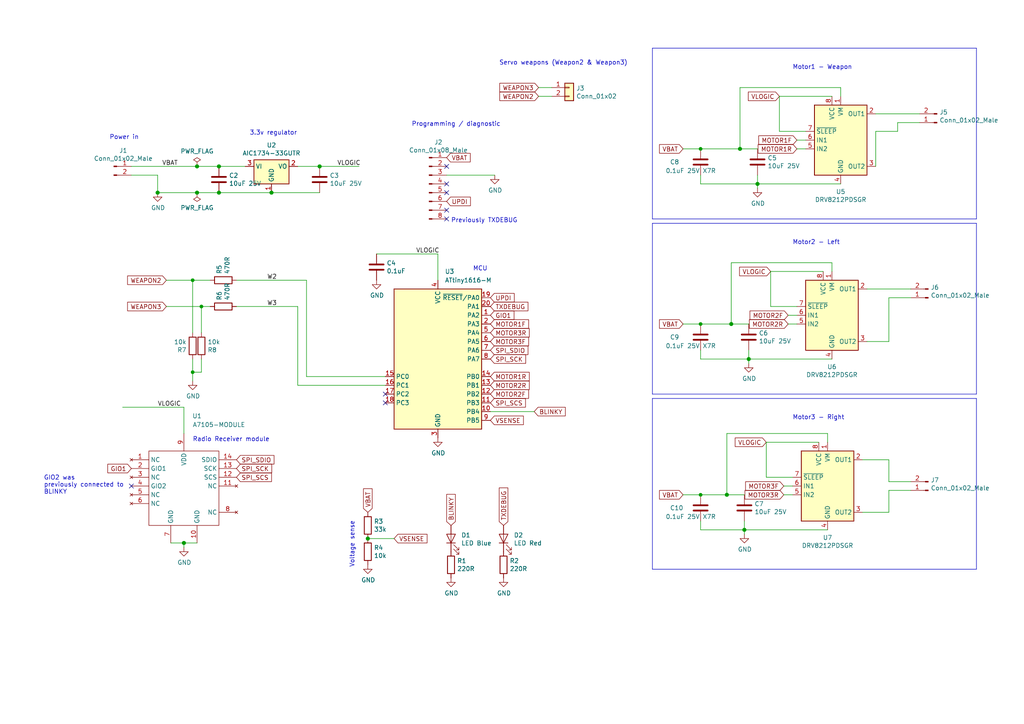
<source format=kicad_sch>
(kicad_sch (version 20211123) (generator eeschema)
  (paper "A4")
  (title_block (title "Malenki-Nano2") (date "2019-11-07") (company "Mark Robson"))
  (lib_symbols
    (symbol "Connector:Conn_01x08_Male" (pin_names hide)
      (property "Reference" "J" (at 0 10.16 0))
      (property "Value" "Conn_01x08_Male" (at 0 -12.7 0))
      (symbol "Conn_01x08_Male_1_1"
        (polyline (pts (xy 1.27 -10.16) (xy 0.8636 -10.16)))
        (polyline (pts (xy 1.27 -7.62) (xy 0.8636 -7.62)))
        (polyline (pts (xy 1.27 -5.08) (xy 0.8636 -5.08)))
        (polyline (pts (xy 1.27 -2.54) (xy 0.8636 -2.54)))
        (polyline (pts (xy 1.27 0) (xy 0.8636 0)))
        (polyline (pts (xy 1.27 2.54) (xy 0.8636 2.54)))
        (polyline (pts (xy 1.27 5.08) (xy 0.8636 5.08)))
        (polyline (pts (xy 1.27 7.62) (xy 0.8636 7.62)))
        (rectangle (start 0.8636 -10.033) (end 0 -10.287) (fill (type outline)))
        (rectangle (start 0.8636 -7.493) (end 0 -7.747) (fill (type outline)))
        (rectangle (start 0.8636 -4.953) (end 0 -5.207) (fill (type outline)))
        (rectangle (start 0.8636 -2.413) (end 0 -2.667) (fill (type outline)))
        (rectangle (start 0.8636 0.127) (end 0 -0.127) (fill (type outline)))
        (rectangle (start 0.8636 2.667) (end 0 2.413) (fill (type outline)))
        (rectangle (start 0.8636 5.207) (end 0 4.953) (fill (type outline)))
        (rectangle (start 0.8636 7.747) (end 0 7.493) (fill (type outline)))
        (pin passive line (at 5.08 7.62 180) (length 3.81) (name "Pin_1") (number "1"))
        (pin passive line (at 5.08 5.08 180) (length 3.81) (name "Pin_2") (number "2"))
        (pin passive line (at 5.08 2.54 180) (length 3.81) (name "Pin_3") (number "3"))
        (pin passive line (at 5.08 0 180) (length 3.81) (name "Pin_4") (number "4"))
        (pin passive line (at 5.08 -2.54 180) (length 3.81) (name "Pin_5") (number "5"))
        (pin passive line (at 5.08 -5.08 180) (length 3.81) (name "Pin_6") (number "6"))
        (pin passive line (at 5.08 -7.62 180) (length 3.81) (name "Pin_7") (number "7"))
        (pin passive line (at 5.08 -10.16 180) (length 3.81) (name "Pin_8") (number "8"))
      )
    )
    (symbol "Connector_Generic:Conn_01x02" (pin_names hide)
      (property "Reference" "J" (at 0 2.54 0))
      (property "Value" "Conn_01x02" (at 0 -5.08 0))
      (symbol "Conn_01x02_1_1"
        (rectangle (start -1.27 -2.413) (end 0 -2.667))
        (rectangle (start -1.27 0.127) (end 0 -0.127))
        (rectangle (start -1.27 1.27) (end 1.27 -3.81) (stroke (width 0.254)) (fill (type background)))
        (pin passive line (at -5.08 0 0) (length 3.81) (name "Pin_1") (number "1"))
        (pin passive line (at -5.08 -2.54 0) (length 3.81) (name "Pin_2") (number "2"))
      )
    )
    (symbol "Driver_Motor:DRV8837C"
      (property "Reference" "U" (at 6.35 11.43 0))
      (property "Value" "DRV8837C" (at -10.16 11.43 0))
      (symbol "DRV8837C_0_1"
        (rectangle (start -7.62 10.16) (end 7.62 -10.16) (stroke (width 0.254)) (fill (type background)))
      )
      (symbol "DRV8837C_1_1"
        (pin power_in line (at 0 12.7 270) (length 2.54) (name "VM") (number "1"))
        (pin output line (at 10.16 7.62 180) (length 2.54) (name "OUT1") (number "2"))
        (pin output line (at 10.16 -7.62 180) (length 2.54) (name "OUT2") (number "3"))
        (pin power_in line (at 0 -12.7 90) (length 2.54) (name "GND") (number "4"))
        (pin input line (at -10.16 -2.54 0) (length 2.54) (name "IN2") (number "5"))
        (pin input line (at -10.16 0 0) (length 2.54) (name "IN1") (number "6"))
        (pin input line (at -10.16 2.54 0) (length 2.54) (name "~{SLEEP}") (number "7"))
        (pin power_in line (at -2.54 12.7 270) (length 2.54) (name "VCC") (number "8"))
        (pin passive line (at 0 -12.7 90) (length 2.54) hide (name "GND") (number "9"))
      )
    )
    (symbol "MCU_Microchip_ATtiny:ATtiny1616-M"
      (property "Reference" "U" (at -12.7 21.59 0))
      (property "Value" "ATtiny1616-M" (at 2.54 -21.59 0))
      (symbol "ATtiny1616-M_0_1"
        (rectangle (start -12.7 -20.32) (end 12.7 20.32) (stroke (width 0.254)) (fill (type background)))
      )
      (symbol "ATtiny1616-M_1_1"
        (pin bidirectional line (at 15.24 12.7 180) (length 2.54) (name "PA2") (number "1"))
        (pin bidirectional line (at 15.24 -15.24 180) (length 2.54) (name "PB4") (number "10"))
        (pin bidirectional line (at 15.24 -12.7 180) (length 2.54) (name "PB3") (number "11"))
        (pin bidirectional line (at 15.24 -10.16 180) (length 2.54) (name "PB2") (number "12"))
        (pin bidirectional line (at 15.24 -7.62 180) (length 2.54) (name "PB1") (number "13"))
        (pin bidirectional line (at 15.24 -5.08 180) (length 2.54) (name "PB0") (number "14"))
        (pin bidirectional line (at -15.24 -5.08 0) (length 2.54) (name "PC0") (number "15"))
        (pin bidirectional line (at -15.24 -7.62 0) (length 2.54) (name "PC1") (number "16"))
        (pin bidirectional line (at -15.24 -10.16 0) (length 2.54) (name "PC2") (number "17"))
        (pin bidirectional line (at -15.24 -12.7 0) (length 2.54) (name "PC3") (number "18"))
        (pin bidirectional line (at 15.24 17.78 180) (length 2.54) (name "~{RESET}/PA0") (number "19"))
        (pin bidirectional line (at 15.24 10.16 180) (length 2.54) (name "PA3") (number "2"))
        (pin bidirectional line (at 15.24 15.24 180) (length 2.54) (name "PA1") (number "20"))
        (pin passive line (at 0 -22.86 90) (length 2.54) hide (name "GND") (number "21"))
        (pin power_in line (at 0 -22.86 90) (length 2.54) (name "GND") (number "3"))
        (pin power_in line (at 0 22.86 270) (length 2.54) (name "VCC") (number "4"))
        (pin bidirectional line (at 15.24 7.62 180) (length 2.54) (name "PA4") (number "5"))
        (pin bidirectional line (at 15.24 5.08 180) (length 2.54) (name "PA5") (number "6"))
        (pin bidirectional line (at 15.24 2.54 180) (length 2.54) (name "PA6") (number "7"))
        (pin bidirectional line (at 15.24 0 180) (length 2.54) (name "PA7") (number "8"))
        (pin bidirectional line (at 15.24 -17.78 180) (length 2.54) (name "PB5") (number "9"))
      )
    )
    (symbol "mal_nano:A7105-MODULE"
      (property "Reference" "U" (at 0 0 0))
      (property "Value" "A7105-MODULE" (at 2.54 -3.81 0))
      (symbol "A7105-MODULE_0_1"
        (rectangle (start -10.16 10.16) (end 10.16 -11.43))
      )
      (symbol "A7105-MODULE_1_1"
        (pin no_connect line (at -15.24 7.62 0) (length 5.08) (name "NC") (number "1"))
        (pin power_in line (at 3.81 -16.51 90) (length 5.08) (name "GND") (number "10"))
        (pin no_connect line (at 15.24 0 180) (length 5.08) (name "NC") (number "11"))
        (pin input line (at 15.24 2.54 180) (length 5.08) (name "SCS") (number "12"))
        (pin input line (at 15.24 5.08 180) (length 5.08) (name "SCK") (number "13"))
        (pin bidirectional line (at 15.24 7.62 180) (length 5.08) (name "SDIO") (number "14"))
        (pin bidirectional line (at -15.24 5.08 0) (length 5.08) (name "GIO1") (number "2"))
        (pin no_connect line (at -15.24 2.54 0) (length 5.08) (name "NC") (number "3"))
        (pin bidirectional line (at -15.24 0 0) (length 5.08) (name "GIO2") (number "4"))
        (pin no_connect line (at -15.24 -2.54 0) (length 5.08) (name "NC") (number "5"))
        (pin no_connect line (at -15.24 -5.08 0) (length 5.08) (name "NC") (number "6"))
        (pin power_in line (at -3.81 -16.51 90) (length 5.08) (name "GND") (number "7"))
        (pin no_connect line (at 15.24 -7.62 180) (length 5.08) (name "NC") (number "8"))
        (pin power_in line (at 0 15.24 270) (length 5.08) (name "VDD") (number "9"))
      )
    )
    (symbol "mal_nano:HT7233"
      (property "Reference" "U" (at 0 1.27 0))
      (property "Value" "HT7233" (at 1.27 0 0))
      (symbol "HT7233_1_1"
        (rectangle (start -5.08 -8.89) (end 5.08 -1.905) (stroke (width 0.254)) (fill (type background)))
        (pin power_in line (at 0 -11.43 90) (length 2.54) (name "GND") (number "1"))
        (pin power_out line (at 7.62 -3.81 180) (length 2.54) (name "VO") (number "2"))
        (pin power_in line (at -7.62 -3.81 0) (length 2.54) (name "VI") (number "3"))
      )
    )
    (symbol "malenki-nano-rescue:C-Device" (pin_numbers hide) (pin_names (offset 0.254))
      (property "Reference" "C" (at 0.635 2.54 0))
      (property "Value" "C-Device" (at 0.635 -2.54 0))
      (symbol "C-Device_0_1"
        (polyline (pts (xy -2.032 -0.762) (xy 2.032 -0.762)) (stroke (width 0.508)))
        (polyline (pts (xy -2.032 0.762) (xy 2.032 0.762)) (stroke (width 0.508)))
      )
      (symbol "C-Device_1_1"
        (pin passive line (at 0 3.81 270) (length 2.794) (name "~") (number "1"))
        (pin passive line (at 0 -3.81 90) (length 2.794) (name "~") (number "2"))
      )
    )
    (symbol "malenki-nano-rescue:Conn_01x02_Male-Connector" (pin_names hide)
      (property "Reference" "J" (at 0 2.54 0))
      (property "Value" "Conn_01x02_Male-Connector" (at 0 -5.08 0))
      (symbol "Conn_01x02_Male-Connector_1_1"
        (polyline (pts (xy 1.27 -2.54) (xy 0.8636 -2.54)))
        (polyline (pts (xy 1.27 0) (xy 0.8636 0)))
        (rectangle (start 0.8636 -2.413) (end 0 -2.667) (fill (type outline)))
        (rectangle (start 0.8636 0.127) (end 0 -0.127) (fill (type outline)))
        (pin passive line (at 5.08 0 180) (length 3.81) (name "Pin_1") (number "1"))
        (pin passive line (at 5.08 -2.54 180) (length 3.81) (name "Pin_2") (number "2"))
      )
    )
    (symbol "malenki-nano-rescue:GND-power" (power) (pin_names (offset 0))
      (property "Value" "GND-power" (at 0 -3.81 0))
      (symbol "GND-power_0_1"
        (polyline (pts (xy 0 0) (xy 0 -1.27) (xy 1.27 -1.27) (xy 0 -2.54) (xy -1.27 -1.27) (xy 0 -1.27)))
      )
      (symbol "GND-power_1_1"
        (pin power_in line (at 0 0 270) (length 0) hide (name "GND") (number "1"))
      )
    )
    (symbol "malenki-nano-rescue:LED-Device" (pin_numbers hide) (pin_names hide)
      (property "Reference" "D" (at 0 2.54 0))
      (property "Value" "LED-Device" (at 0 -2.54 0))
      (symbol "LED-Device_0_1"
        (polyline (pts (xy -1.27 -1.27) (xy -1.27 1.27)) (stroke (width 0.2032)))
        (polyline (pts (xy -1.27 0) (xy 1.27 0)))
        (polyline (pts (xy 1.27 -1.27) (xy 1.27 1.27) (xy -1.27 0) (xy 1.27 -1.27)) (stroke (width 0.2032)))
        (polyline (pts (xy -3.048 -0.762) (xy -4.572 -2.286) (xy -3.81 -2.286) (xy -4.572 -2.286) (xy -4.572 -1.524)))
        (polyline (pts (xy -1.778 -0.762) (xy -3.302 -2.286) (xy -2.54 -2.286) (xy -3.302 -2.286) (xy -3.302 -1.524)))
      )
      (symbol "LED-Device_1_1"
        (pin passive line (at -3.81 0 0) (length 2.54) (name "K") (number "1"))
        (pin passive line (at 3.81 0 180) (length 2.54) (name "A") (number "2"))
      )
    )
    (symbol "malenki-nano-rescue:PWR_FLAG-power" (power) (pin_numbers hide) (pin_names (offset 0) hide)
      (property "Value" "PWR_FLAG-power" (at 0 3.81 0))
      (symbol "PWR_FLAG-power_0_0"
        (pin power_out line (at 0 0 90) (length 0) (name "pwr") (number "1"))
      )
      (symbol "PWR_FLAG-power_0_1"
        (polyline (pts (xy 0 0) (xy 0 1.27) (xy -1.016 1.905) (xy 0 2.54) (xy 1.016 1.905) (xy 0 1.27)))
      )
    )
    (symbol "malenki-nano-rescue:R-Device" (pin_numbers hide) (pin_names (offset 0))
      (property "Reference" "R" (at 2.032 0 90))
      (property "Value" "R-Device" (at 0 0 90))
      (symbol "R-Device_0_1"
        (rectangle (start -1.016 -2.54) (end 1.016 2.54) (stroke (width 0.254)))
      )
      (symbol "R-Device_1_1"
        (pin passive line (at 0 3.81 270) (length 1.27) (name "~") (number "1"))
        (pin passive line (at 0 -3.81 90) (length 1.27) (name "~") (number "2"))
      )
    )
  )
  (junction (at 217.17 104.14) (diameter 1.016))
  (junction (at 55.88 81.28))
  (junction (at 58.42 88.9))
  (junction (at 63.5 48.26) (diameter 1.016))
  (junction (at 78.74 55.88) (diameter 1.016))
  (junction (at 55.88 107.95))
  (junction (at 57.15 48.26) (diameter 1.016))
  (junction (at 57.15 55.88) (diameter 1.016))
  (junction (at 53.34 157.48) (diameter 1.016))
  (junction (at 203.2 143.51))
  (junction (at 212.09 93.98) (diameter 1.016))
  (junction (at 92.71 48.26) (diameter 1.016))
  (junction (at 214.63 43.18) (diameter 1.016))
  (junction (at 106.68 156.21) (diameter 1.016))
  (junction (at 45.72 55.88) (diameter 1.016))
  (junction (at 203.2 43.18))
  (junction (at 210.82 143.51) (diameter 1.016))
  (junction (at 215.9 153.67) (diameter 1.016))
  (junction (at 219.71 53.34) (diameter 1.016))
  (junction (at 203.2 93.98))
  (junction (at 63.5 55.88) (diameter 1.016))
  (no_connect (at 38.1 140.97))
  (no_connect (at 111.76 114.3))
  (no_connect (at 111.76 116.84))
  (no_connect (at 129.54 55.88))
  (no_connect (at 129.54 63.5))
  (no_connect (at 129.54 60.96))
  (no_connect (at 129.54 53.34))
  (no_connect (at 129.54 48.26))
  (wire (pts (xy 86.36 88.9) (xy 68.58 88.9)))
  (wire (pts (xy 57.15 55.88) (xy 63.5 55.88)))
  (wire (pts (xy 58.42 88.9) (xy 60.96 88.9)))
  (wire (pts (xy 257.81 99.06) (xy 251.46 99.06)))
  (wire (pts (xy 156.21 25.4) (xy 160.02 25.4)))
  (wire (pts (xy 48.26 88.9) (xy 58.42 88.9)))
  (wire (pts (xy 48.26 81.28) (xy 55.88 81.28)))
  (wire (pts (xy 53.34 118.11) (xy 53.34 125.73)))
  (wire (pts (xy 229.87 143.51) (xy 227.33 143.51)))
  (wire (pts (xy 229.87 140.97) (xy 227.33 140.97)))
  (wire (pts (xy 212.09 76.2) (xy 212.09 93.98)))
  (polyline (pts (xy 189.23 13.97) (xy 283.21 13.97)) (stroke (width 0) (type solid)))
  (wire (pts (xy 45.72 50.8) (xy 45.72 55.88)))
  (wire (pts (xy 203.2 104.14) (xy 217.17 104.14)))
  (wire (pts (xy 35.56 118.11) (xy 53.34 118.11)))
  (wire (pts (xy 92.71 48.26) (xy 86.36 48.26)))
  (wire (pts (xy 254 48.26) (xy 254 38.1)))
  (wire (pts (xy 257.81 86.36) (xy 257.81 99.06)))
  (wire (pts (xy 240.03 128.27) (xy 240.03 125.73)))
  (polyline (pts (xy 189.23 114.3) (xy 189.23 64.77)) (stroke (width 0) (type solid)))
  (wire (pts (xy 210.82 125.73) (xy 210.82 143.51)))
  (wire (pts (xy 217.17 104.14) (xy 241.3 104.14)))
  (wire (pts (xy 226.06 38.1) (xy 233.68 38.1)))
  (wire (pts (xy 264.16 86.36) (xy 257.81 86.36)))
  (wire (pts (xy 237.49 128.27) (xy 222.25 128.27)))
  (wire (pts (xy 215.9 143.51) (xy 210.82 143.51)))
  (wire (pts (xy 86.36 111.76) (xy 86.36 88.9)))
  (wire (pts (xy 243.84 25.4) (xy 214.63 25.4)))
  (polyline (pts (xy 283.21 165.1) (xy 189.23 165.1)) (stroke (width 0) (type solid)))
  (wire (pts (xy 257.81 133.35) (xy 257.81 139.7)))
  (polyline (pts (xy 283.21 64.77) (xy 283.21 114.3)) (stroke (width 0) (type solid)))
  (wire (pts (xy 231.14 93.98) (xy 228.6 93.98)))
  (wire (pts (xy 251.46 83.82) (xy 264.16 83.82)))
  (wire (pts (xy 156.21 27.94) (xy 160.02 27.94)))
  (wire (pts (xy 226.06 27.94) (xy 226.06 38.1)))
  (wire (pts (xy 198.12 43.18) (xy 203.2 43.18)))
  (polyline (pts (xy 283.21 13.97) (xy 283.21 63.5)) (stroke (width 0) (type solid)))
  (wire (pts (xy 55.88 104.14) (xy 55.88 107.95)))
  (polyline (pts (xy 189.23 115.57) (xy 283.21 115.57)) (stroke (width 0) (type solid)))
  (wire (pts (xy 58.42 107.95) (xy 55.88 107.95)))
  (wire (pts (xy 215.9 153.67) (xy 215.9 154.94)))
  (wire (pts (xy 203.2 53.34) (xy 219.71 53.34)))
  (wire (pts (xy 129.54 50.8) (xy 143.51 50.8)))
  (wire (pts (xy 78.74 55.88) (xy 92.71 55.88)))
  (wire (pts (xy 219.71 53.34) (xy 243.84 53.34)))
  (wire (pts (xy 38.1 48.26) (xy 57.15 48.26)))
  (wire (pts (xy 219.71 50.8) (xy 219.71 53.34)))
  (wire (pts (xy 203.2 151.13) (xy 203.2 153.67)))
  (wire (pts (xy 203.2 43.18) (xy 214.63 43.18)))
  (wire (pts (xy 49.53 157.48) (xy 53.34 157.48)))
  (wire (pts (xy 233.68 43.18) (xy 231.14 43.18)))
  (wire (pts (xy 127 73.66) (xy 109.22 73.66)))
  (wire (pts (xy 241.3 76.2) (xy 212.09 76.2)))
  (wire (pts (xy 222.25 128.27) (xy 222.25 138.43)))
  (wire (pts (xy 111.76 111.76) (xy 86.36 111.76)))
  (wire (pts (xy 215.9 151.13) (xy 215.9 153.67)))
  (wire (pts (xy 260.35 38.1) (xy 260.35 35.56)))
  (wire (pts (xy 142.24 119.38) (xy 154.94 119.38)))
  (polyline (pts (xy 189.23 63.5) (xy 189.23 13.97)) (stroke (width 0) (type solid)))
  (wire (pts (xy 57.15 48.26) (xy 63.5 48.26)))
  (wire (pts (xy 114.3 156.21) (xy 106.68 156.21)))
  (wire (pts (xy 203.2 153.67) (xy 215.9 153.67)))
  (wire (pts (xy 219.71 53.34) (xy 219.71 54.61)))
  (polyline (pts (xy 189.23 165.1) (xy 189.23 115.57)) (stroke (width 0) (type solid)))
  (wire (pts (xy 58.42 88.9) (xy 58.42 96.52)))
  (wire (pts (xy 217.17 101.6) (xy 217.17 104.14)))
  (wire (pts (xy 198.12 93.98) (xy 203.2 93.98)))
  (wire (pts (xy 231.14 91.44) (xy 228.6 91.44)))
  (polyline (pts (xy 283.21 114.3) (xy 189.23 114.3)) (stroke (width 0) (type solid)))
  (wire (pts (xy 243.84 27.94) (xy 243.84 25.4)))
  (wire (pts (xy 203.2 101.6) (xy 203.2 104.14)))
  (wire (pts (xy 58.42 104.14) (xy 58.42 107.95)))
  (wire (pts (xy 241.3 78.74) (xy 241.3 76.2)))
  (wire (pts (xy 217.17 93.98) (xy 212.09 93.98)))
  (wire (pts (xy 68.58 81.28) (xy 88.9 81.28)))
  (wire (pts (xy 203.2 143.51) (xy 210.82 143.51)))
  (wire (pts (xy 238.76 78.74) (xy 223.52 78.74)))
  (wire (pts (xy 233.68 40.64) (xy 231.14 40.64)))
  (wire (pts (xy 250.19 148.59) (xy 257.81 148.59)))
  (wire (pts (xy 55.88 107.95) (xy 55.88 110.49)))
  (wire (pts (xy 223.52 78.74) (xy 223.52 88.9)))
  (wire (pts (xy 55.88 81.28) (xy 55.88 96.52)))
  (wire (pts (xy 198.12 143.51) (xy 203.2 143.51)))
  (wire (pts (xy 203.2 50.8) (xy 203.2 53.34)))
  (wire (pts (xy 264.16 142.24) (xy 257.81 142.24)))
  (wire (pts (xy 45.72 55.88) (xy 57.15 55.88)))
  (wire (pts (xy 254 38.1) (xy 260.35 38.1)))
  (wire (pts (xy 63.5 55.88) (xy 78.74 55.88)))
  (wire (pts (xy 104.14 48.26) (xy 92.71 48.26)))
  (wire (pts (xy 217.17 104.14) (xy 217.17 105.41)))
  (wire (pts (xy 223.52 88.9) (xy 231.14 88.9)))
  (wire (pts (xy 240.03 125.73) (xy 210.82 125.73)))
  (wire (pts (xy 88.9 109.22) (xy 111.76 109.22)))
  (wire (pts (xy 53.34 158.75) (xy 53.34 157.48)))
  (wire (pts (xy 254 33.02) (xy 266.7 33.02)))
  (wire (pts (xy 257.81 142.24) (xy 257.81 148.59)))
  (wire (pts (xy 53.34 157.48) (xy 57.15 157.48)))
  (wire (pts (xy 257.81 139.7) (xy 264.16 139.7)))
  (wire (pts (xy 250.19 133.35) (xy 257.81 133.35)))
  (wire (pts (xy 222.25 138.43) (xy 229.87 138.43)))
  (wire (pts (xy 215.9 153.67) (xy 240.03 153.67)))
  (wire (pts (xy 241.3 27.94) (xy 226.06 27.94)))
  (polyline (pts (xy 283.21 115.57) (xy 283.21 165.1)) (stroke (width 0) (type solid)))
  (wire (pts (xy 63.5 48.26) (xy 71.12 48.26)))
  (wire (pts (xy 203.2 93.98) (xy 212.09 93.98)))
  (wire (pts (xy 266.7 35.56) (xy 260.35 35.56)))
  (wire (pts (xy 55.88 81.28) (xy 60.96 81.28)))
  (wire (pts (xy 214.63 25.4) (xy 214.63 43.18)))
  (polyline (pts (xy 283.21 63.5) (xy 189.23 63.5)) (stroke (width 0) (type solid)))
  (wire (pts (xy 38.1 50.8) (xy 45.72 50.8)))
  (wire (pts (xy 219.71 43.18) (xy 214.63 43.18)))
  (wire (pts (xy 88.9 81.28) (xy 88.9 109.22)))
  (polyline (pts (xy 189.23 64.77) (xy 283.21 64.77)) (stroke (width 0) (type solid)))
  (wire (pts (xy 127 73.66) (xy 127 81.28)))
  (text "Voltage sense" (at 102.87 151.13 270) (effects (font (size 1.27 1.27)) (justify right bottom)))
  (text "MCU\n" (at 137.16 78.74 0) (effects (font (size 1.27 1.27)) (justify left bottom)))
  (text "GIO2 was\npreviously connected to\nBLINKY" (at 12.7 143.51 0) (effects (font (size 1.27 1.27)) (justify left bottom)))
  (text "3.3v regulator" (at 72.39 39.37 0) (effects (font (size 1.27 1.27)) (justify left bottom)))
  (text "Programming / diagnostic" (at 119.38 36.83 0) (effects (font (size 1.27 1.27)) (justify left bottom)))
  (text "Motor3 - Right" (at 229.87 121.92 0) (effects (font (size 1.27 1.27)) (justify left bottom)))
  (text "Servo weapons (Weapon2 & Weapon3)" (at 144.78 19.05 0) (effects (font (size 1.27 1.27)) (justify left bottom)))
  (text "Motor1 - Weapon" (at 229.87 20.32 0) (effects (font (size 1.27 1.27)) (justify left bottom)))
  (text "Motor2 - Left" (at 229.87 71.12 0) (effects (font (size 1.27 1.27)) (justify left bottom)))
  (text "Power in" (at 31.75 40.64 0) (effects (font (size 1.27 1.27)) (justify left bottom)))
  (text "Radio Receiver module" (at 55.88 128.27 0) (effects (font (size 1.27 1.27)) (justify left bottom)))
  (text "Previously TXDEBUG" (at 130.81 64.77 0) (effects (font (size 1.27 1.27)) (justify left bottom)))
  (label "W2" (at 77.47 81.28 0))
  (label "VLOGIC" (at 45.72 118.11 0))
  (label "VLOGIC" (at 120.65 73.66 0))
  (label "VBAT" (at 46.99 48.26 0))
  (label "W3" (at 77.47 88.9 0))
  (label "VLOGIC" (at 97.79 48.26 0))
  (global_label "SPI_SDIO" (shape input) (at 68.58 133.35 0) (property "Intersheet References" "${INTERSHEET_REFS}" (effects hide)))
  (global_label "VBAT" (shape input) (at 106.68 148.59 90) (property "Intersheet References" "${INTERSHEET_REFS}" (effects hide)))
  (global_label "MOTOR1R" (shape input) (at 231.14 43.18 180) (property "Intersheet References" "${INTERSHEET_REFS}" (effects hide)))
  (global_label "VLOGIC" (shape input) (at 223.52 78.74 180) (property "Intersheet References" "${INTERSHEET_REFS}" (effects hide)))
  (global_label "SPI_SDIO" (shape input) (at 142.24 101.6 0) (property "Intersheet References" "${INTERSHEET_REFS}" (effects hide)))
  (global_label "MOTOR2R" (shape input) (at 228.6 93.98 180) (property "Intersheet References" "${INTERSHEET_REFS}" (effects hide)))
  (global_label "MOTOR1F" (shape input) (at 231.14 40.64 180) (property "Intersheet References" "${INTERSHEET_REFS}" (effects hide)))
  (global_label "WEAPON2" (shape input) (at 156.21 27.94 180) (property "Intersheet References" "${INTERSHEET_REFS}" (effects hide)))
  (global_label "MOTOR2R" (shape input) (at 142.24 111.76 0) (property "Intersheet References" "${INTERSHEET_REFS}" (effects hide)))
  (global_label "MOTOR2F" (shape input) (at 142.24 114.3 0) (property "Intersheet References" "${INTERSHEET_REFS}" (effects hide)))
  (global_label "SPI_SCS" (shape input) (at 142.24 116.84 0) (property "Intersheet References" "${INTERSHEET_REFS}" (effects hide)))
  (global_label "MOTOR3F" (shape input) (at 142.24 99.06 0) (property "Intersheet References" "${INTERSHEET_REFS}" (effects hide)))
  (global_label "MOTOR3R" (shape input) (at 227.33 143.51 180) (property "Intersheet References" "${INTERSHEET_REFS}" (effects hide)))
  (global_label "UPDI" (shape input) (at 129.54 58.42 0) (property "Intersheet References" "${INTERSHEET_REFS}" (effects hide)))
  (global_label "UPDI" (shape input) (at 142.24 86.36 0) (property "Intersheet References" "${INTERSHEET_REFS}" (effects hide)))
  (global_label "BLINKY" (shape input) (at 130.81 152.4 90) (property "Intersheet References" "${INTERSHEET_REFS}" (effects hide)))
  (global_label "VBAT" (shape input) (at 198.12 143.51 180) (property "Intersheet References" "${INTERSHEET_REFS}" (effects hide)))
  (global_label "VSENSE" (shape input) (at 114.3 156.21 0) (property "Intersheet References" "${INTERSHEET_REFS}" (effects hide)))
  (global_label "SPI_SCK" (shape input) (at 68.58 135.89 0) (property "Intersheet References" "${INTERSHEET_REFS}" (effects hide)))
  (global_label "WEAPON3" (shape input) (at 48.26 88.9 180) (property "Intersheet References" "${INTERSHEET_REFS}" (effects hide)))
  (global_label "WEAPON2" (shape input) (at 48.26 81.28 180) (property "Intersheet References" "${INTERSHEET_REFS}" (effects hide)))
  (global_label "MOTOR2F" (shape input) (at 228.6 91.44 180) (property "Intersheet References" "${INTERSHEET_REFS}" (effects hide)))
  (global_label "MOTOR1R" (shape input) (at 142.24 109.22 0) (property "Intersheet References" "${INTERSHEET_REFS}" (effects hide)))
  (global_label "GIO1" (shape input) (at 142.24 91.44 0) (property "Intersheet References" "${INTERSHEET_REFS}" (effects hide)))
  (global_label "VSENSE" (shape input) (at 142.24 121.92 0) (property "Intersheet References" "${INTERSHEET_REFS}" (effects hide)))
  (global_label "VLOGIC" (shape input) (at 222.25 128.27 180) (property "Intersheet References" "${INTERSHEET_REFS}" (effects hide)))
  (global_label "WEAPON3" (shape input) (at 156.21 25.4 180) (property "Intersheet References" "${INTERSHEET_REFS}" (effects hide)))
  (global_label "BLINKY" (shape input) (at 154.94 119.38 0) (property "Intersheet References" "${INTERSHEET_REFS}" (effects hide)))
  (global_label "TXDEBUG" (shape input) (at 146.05 152.4 90) (property "Intersheet References" "${INTERSHEET_REFS}" (effects hide)))
  (global_label "TXDEBUG" (shape input) (at 142.24 88.9 0) (property "Intersheet References" "${INTERSHEET_REFS}" (effects hide)))
  (global_label "VLOGIC" (shape input) (at 226.06 27.94 180) (property "Intersheet References" "${INTERSHEET_REFS}" (effects hide)))
  (global_label "SPI_SCS" (shape input) (at 68.58 138.43 0) (property "Intersheet References" "${INTERSHEET_REFS}" (effects hide)))
  (global_label "VBAT" (shape input) (at 198.12 93.98 180) (property "Intersheet References" "${INTERSHEET_REFS}" (effects hide)))
  (global_label "MOTOR3R" (shape input) (at 142.24 96.52 0) (property "Intersheet References" "${INTERSHEET_REFS}" (effects hide)))
  (global_label "MOTOR1F" (shape input) (at 142.24 93.98 0) (property "Intersheet References" "${INTERSHEET_REFS}" (effects hide)))
  (global_label "GIO1" (shape input) (at 38.1 135.89 180) (property "Intersheet References" "${INTERSHEET_REFS}" (effects hide)))
  (global_label "SPI_SCK" (shape input) (at 142.24 104.14 0) (property "Intersheet References" "${INTERSHEET_REFS}" (effects hide)))
  (global_label "MOTOR3F" (shape input) (at 227.33 140.97 180) (property "Intersheet References" "${INTERSHEET_REFS}" (effects hide)))
  (global_label "VBAT" (shape input) (at 129.54 45.72 0) (property "Intersheet References" "${INTERSHEET_REFS}" (effects hide)))
  (global_label "VBAT" (shape input) (at 198.12 43.18 180) (property "Intersheet References" "${INTERSHEET_REFS}" (effects hide)))
  (symbol (lib_id "malenki-nano-rescue:C-Device") (at 63.5 52.07 0) (unit 1)
    (property "Reference" "C2" (at 66.421 50.9016 0) (effects (justify left)))
    (property "Value" "10uF 25V" (at 66.421 53.213 0) (effects (justify left)))
    (property "Footprint" "Capacitor_SMD:C_0603_1608Metric" (effects hide))
    (property "LCSC" "C2922482" (effects hide))
  )
  (symbol (lib_id "malenki-nano-rescue:C-Device") (at 92.71 52.07 0) (unit 1)
    (property "Reference" "C3" (at 95.631 50.9016 0) (effects (justify left)))
    (property "Value" "10uF 25V" (at 95.631 53.213 0) (effects (justify left)))
    (property "Footprint" "Capacitor_SMD:C_0603_1608Metric" (effects hide))
    (property "LCSC" "C2922482" (effects hide))
  )
  (symbol (lib_id "malenki-nano-rescue:Conn_01x02_Male-Connector") (at 33.02 48.26 0) (unit 1)
    (property "Reference" "J1" (at 35.7632 43.6626 0))
    (property "Value" "Conn_01x02_Male" (at 35.7632 45.974 0))
    (property "Footprint" "malenki-nano:PinHeader_1x02_P2.54mm_BIG1" (effects hide))
  )
  (symbol (lib_id "malenki-nano-rescue:GND-power") (at 45.72 55.88 0) (unit 1)
    (property "Reference" "#PWR02" (effects hide))
    (property "Value" "GND" (at 45.847 60.2742 0))
  )
  (symbol (lib_id "malenki-nano-rescue:C-Device") (at 109.22 77.47 0) (unit 1)
    (property "Reference" "C4" (at 112.141 76.3016 0) (effects (justify left)))
    (property "Value" "0.1uF" (at 112.141 78.613 0) (effects (justify left)))
    (property "Footprint" "Capacitor_SMD:C_0603_1608Metric" (effects hide))
    (property "Partnum" "C14663" (effects hide))
    (property "LCSC" "C14663" (effects hide))
  )
  (symbol (lib_id "malenki-nano-rescue:GND-power") (at 109.22 81.28 0) (unit 1)
    (property "Reference" "#PWR04" (effects hide))
    (property "Value" "GND" (at 109.347 85.6742 0))
  )
  (symbol (lib_id "malenki-nano-rescue:GND-power") (at 127 127 0) (unit 1)
    (property "Reference" "#PWR05" (effects hide))
    (property "Value" "GND" (at 127.127 131.3942 0))
  )
  (symbol (lib_id "mal_nano:A7105-MODULE") (at 53.34 140.97 0) (unit 1)
    (property "Reference" "U1" (at 57.15 120.65 0))
    (property "Value" "A7105-MODULE" (at 63.5 123.19 0))
    (property "Footprint" "malenki-nano:A7105-module" (effects hide))
  )
  (symbol (lib_id "malenki-nano-rescue:GND-power") (at 53.34 158.75 0) (unit 1)
    (property "Reference" "#PWR03" (effects hide))
    (property "Value" "GND" (at 53.467 163.1442 0))
  )
  (symbol (lib_id "malenki-nano-rescue:PWR_FLAG-power") (at 57.15 55.88 180) (unit 1)
    (property "Reference" "#FLG0102" (effects hide))
    (property "Value" "PWR_FLAG" (at 57.15 60.2742 0))
  )
  (symbol (lib_id "malenki-nano-rescue:R-Device") (at 130.81 163.83 0) (unit 1)
    (property "Reference" "R1" (at 132.588 162.6616 0) (effects (justify left)))
    (property "Value" "220R" (at 132.588 164.973 0) (effects (justify left)))
    (property "Footprint" "Resistor_SMD:R_0603_1608Metric" (effects hide))
    (property "Partnum" "C22962" (effects hide))
    (property "LCSC" "C22962" (effects hide))
  )
  (symbol (lib_id "malenki-nano-rescue:GND-power") (at 130.81 167.64 0) (unit 1)
    (property "Reference" "#PWR06" (effects hide))
    (property "Value" "GND" (at 130.937 172.0342 0))
  )
  (symbol (lib_id "malenki-nano-rescue:LED-Device") (at 130.81 156.21 90) (unit 1)
    (property "Reference" "D1" (at 133.7818 155.2194 90) (effects (justify right)))
    (property "Value" "LED Blue" (at 133.7818 157.5308 90) (effects (justify right)))
    (property "Footprint" "LED_SMD:LED_0805_2012Metric_Pad1.15x1.40mm_HandSolder" (effects hide))
    (property "LCSC" "C2293" (effects hide))
  )
  (symbol (lib_id "malenki-nano-rescue:C-Device") (at 219.71 46.99 0) (unit 1)
    (property "Reference" "C5" (at 222.631 45.8216 0) (effects (justify left)))
    (property "Value" "10uF 25V" (at 222.631 48.133 0) (effects (justify left)))
    (property "Footprint" "Capacitor_SMD:C_0603_1608Metric" (effects hide))
    (property "LCSC" "C2922482" (effects hide))
  )
  (symbol (lib_id "malenki-nano-rescue:GND-power") (at 219.71 54.61 0) (unit 1)
    (property "Reference" "#PWR08" (effects hide))
    (property "Value" "GND" (at 219.837 59.0042 0))
  )
  (symbol (lib_id "malenki-nano-rescue:Conn_01x02_Male-Connector") (at 271.78 35.56 180) (unit 1)
    (property "Reference" "J5" (at 272.4912 32.5628 0) (effects (justify right)))
    (property "Value" "Conn_01x02_Male" (at 272.4912 34.8742 0) (effects (justify right)))
    (property "Footprint" "malenki-nano:PinHeader_1x02_P2.54mm_BIG1" (effects hide))
  )
  (symbol (lib_id "malenki-nano-rescue:Conn_01x02_Male-Connector") (at 269.24 86.36 180) (unit 1)
    (property "Reference" "J6" (at 269.9512 83.3628 0) (effects (justify right)))
    (property "Value" "Conn_01x02_Male" (at 269.9512 85.6742 0) (effects (justify right)))
    (property "Footprint" "malenki-nano:PinHeader_1x02_P2.54mm_BIG1" (effects hide))
  )
  (symbol (lib_id "malenki-nano-rescue:Conn_01x02_Male-Connector") (at 269.24 142.24 180) (unit 1)
    (property "Reference" "J7" (at 269.9512 139.2428 0) (effects (justify right)))
    (property "Value" "Conn_01x02_Male" (at 269.9512 141.5542 0) (effects (justify right)))
    (property "Footprint" "malenki-nano:PinHeader_1x02_P2.54mm_BIG1" (effects hide))
  )
  (symbol (lib_id "malenki-nano-rescue:PWR_FLAG-power") (at 57.15 48.26 0) (unit 1)
    (property "Reference" "#FLG0101" (effects hide))
    (property "Value" "PWR_FLAG" (at 57.15 43.8658 0))
  )
  (symbol (lib_id "malenki-nano-rescue:R-Device") (at 146.05 163.83 0) (unit 1)
    (property "Reference" "R2" (at 147.828 162.6616 0) (effects (justify left)))
    (property "Value" "220R" (at 147.828 164.973 0) (effects (justify left)))
    (property "Footprint" "Resistor_SMD:R_0603_1608Metric" (effects hide))
    (property "Partnum" "C22962" (effects hide))
    (property "LCSC" "C22962" (effects hide))
  )
  (symbol (lib_id "malenki-nano-rescue:GND-power") (at 146.05 167.64 0) (unit 1)
    (property "Reference" "#PWR011" (effects hide))
    (property "Value" "GND" (at 146.177 172.0342 0))
  )
  (symbol (lib_id "malenki-nano-rescue:LED-Device") (at 146.05 156.21 90) (unit 1)
    (property "Reference" "D2" (at 149.0218 155.2194 90) (effects (justify right)))
    (property "Value" "LED Red" (at 149.0218 157.5308 90) (effects (justify right)))
    (property "Footprint" "LED_SMD:LED_0805_2012Metric_Pad1.15x1.40mm_HandSolder" (effects hide))
    (property "LCSC" "C84256" (effects hide))
  )
  (symbol (lib_id "mal_nano:HT7233") (at 78.74 44.45 0) (unit 1)
    (property "Reference" "U2" (at 78.74 42.1132 0))
    (property "Value" "AIC1734-33GUTR" (at 78.74 44.4246 0))
    (property "Footprint" "Package_TO_SOT_SMD:SOT-23" (effects hide))
    (property "Partnum" "C211659" (effects hide))
    (property "LCSC" "C211659" (effects hide))
  )
  (symbol (lib_id "Connector_Generic:Conn_01x02") (at 165.1 25.4 0) (unit 1)
    (property "Reference" "J3" (at 167.132 25.6032 0) (effects (justify left)))
    (property "Value" "Conn_01x02" (at 167.132 27.9146 0) (effects (justify left)))
    (property "Footprint" "malenki-nano:wirepad_2" (effects hide))
  )
  (symbol (lib_id "malenki-nano-rescue:R-Device") (at 106.68 152.4 0) (unit 1)
    (property "Reference" "R3" (at 108.458 151.2316 0) (effects (justify left)))
    (property "Value" "33k" (at 108.458 153.543 0) (effects (justify left)))
    (property "Footprint" "Resistor_SMD:R_0603_1608Metric" (effects hide))
    (property "Partnum" "C4216" (effects hide))
    (property "LCSC" "C4216" (effects hide))
  )
  (symbol (lib_id "malenki-nano-rescue:R-Device") (at 106.68 160.02 0) (unit 1)
    (property "Reference" "R4" (at 108.458 158.8516 0) (effects (justify left)))
    (property "Value" "10k" (at 108.458 161.163 0) (effects (justify left)))
    (property "Footprint" "Resistor_SMD:R_0603_1608Metric" (effects hide))
    (property "Partnum" "C25804" (effects hide))
    (property "LCSC" "C25804" (effects hide))
  )
  (symbol (lib_id "malenki-nano-rescue:GND-power") (at 106.68 163.83 0) (unit 1)
    (property "Reference" "#PWR07" (effects hide))
    (property "Value" "GND" (at 106.807 168.2242 0))
  )
  (symbol (lib_id "Driver_Motor:DRV8837C") (at 243.84 40.64 0) (unit 1)
    (property "Reference" "U5" (at 243.84 55.6006 0))
    (property "Value" "DRV8212PDSGR" (at 243.84 57.912 0))
    (property "Footprint" "malenki-nano:WSON-8-1EP_2x2mm_P0.5mm_HAND1" (effects hide))
    (property "Datasheet" "https://datasheet.lcsc.com/szlcsc/Texas-Instruments-TI-DRV8837DSGR_C39159.pdf" (effects hide))
    (property "LCSC" "C39159" (effects hide))
  )
  (symbol (lib_id "malenki-nano-rescue:GND-power") (at 217.17 105.41 0) (unit 1)
    (property "Reference" "#PWR0102" (effects hide))
    (property "Value" "GND" (at 217.297 109.8042 0))
  )
  (symbol (lib_id "malenki-nano-rescue:C-Device") (at 217.17 97.79 0) (unit 1)
    (property "Reference" "C6" (at 220.091 96.6216 0) (effects (justify left)))
    (property "Value" "10uF 25V" (at 220.091 98.933 0) (effects (justify left)))
    (property "Footprint" "Capacitor_SMD:C_0603_1608Metric" (effects hide))
    (property "LCSC" "C2922482" (effects hide))
  )
  (symbol (lib_id "Driver_Motor:DRV8837C") (at 241.3 91.44 0) (unit 1)
    (property "Reference" "U6" (at 241.3 106.4006 0))
    (property "Value" "DRV8212PDSGR" (at 241.3 108.712 0))
    (property "Footprint" "malenki-nano:WSON-8-1EP_2x2mm_P0.5mm_HAND1" (effects hide))
    (property "Datasheet" "https://datasheet.lcsc.com/szlcsc/Texas-Instruments-TI-DRV8837DSGR_C39159.pdf" (effects hide))
    (property "LCSC" "C39159" (effects hide))
  )
  (symbol (lib_id "malenki-nano-rescue:C-Device") (at 215.9 147.32 0) (unit 1)
    (property "Reference" "C7" (at 218.821 146.1516 0) (effects (justify left)))
    (property "Value" "10uF 25V" (at 218.821 148.463 0) (effects (justify left)))
    (property "Footprint" "Capacitor_SMD:C_0603_1608Metric" (effects hide))
    (property "LCSC" "C2922482" (effects hide))
  )
  (symbol (lib_id "Driver_Motor:DRV8837C") (at 240.03 140.97 0) (unit 1)
    (property "Reference" "U7" (at 240.03 155.9306 0))
    (property "Value" "DRV8212PDSGR" (at 240.03 158.242 0))
    (property "Footprint" "malenki-nano:WSON-8-1EP_2x2mm_P0.5mm_HAND1" (effects hide))
    (property "Datasheet" "https://datasheet.lcsc.com/szlcsc/Texas-Instruments-TI-DRV8837DSGR_C39159.pdf" (effects hide))
    (property "LCSC" "C39159" (effects hide))
  )
  (symbol (lib_id "malenki-nano-rescue:GND-power") (at 215.9 154.94 0) (unit 1)
    (property "Reference" "#PWR0103" (effects hide))
    (property "Value" "GND" (at 216.027 159.3342 0))
  )
  (symbol (lib_id "malenki-nano-rescue:GND-power") (at 143.51 50.8 0) (unit 1)
    (property "Reference" "#PWR0104" (effects hide))
    (property "Value" "GND" (at 143.637 55.1942 0))
  )
  (symbol (lib_id "malenki-nano-rescue:R-Device") (at 55.88 100.33 180) (unit 1)
    (property "Reference" "R7" (at 54.102 101.4984 0) (effects (justify left)))
    (property "Value" "10k" (at 54.102 99.187 0) (effects (justify left)))
    (property "Footprint" "Resistor_SMD:R_0402_1005Metric" (effects hide))
    (property "LCSC" "C25744" (effects hide))
  )
  (symbol (lib_id "MCU_Microchip_ATtiny:ATtiny1616-M") (at 127 104.14 0) (unit 1)
    (property "Reference" "U3" (at 129.0194 78.74 0) (effects (justify left)))
    (property "Value" "ATtiny1616-M" (at 129.0194 81.28 0) (effects (justify left)))
    (property "Footprint" "Package_DFN_QFN:VQFN-20-1EP_3x3mm_P0.4mm_EP1.7x1.7mm" (effects hide))
    (property "Datasheet" "http://ww1.microchip.com/downloads/en/DeviceDoc/ATtiny3216_ATtiny1616-data-sheet-40001997B.pdf" (effects hide))
    (property "LCSC" "C507118" (effects hide))
  )
  (symbol (lib_id "malenki-nano-rescue:C-Device") (at 203.2 147.32 0) (unit 1)
    (property "Reference" "C10" (at 194.31 147.32 0) (effects (justify left)))
    (property "Value" "0.1uF 25V X7R" (at 193.04 149.86 0) (effects (justify left)))
    (property "Footprint" "Capacitor_SMD:C_0603_1608Metric" (effects hide))
    (property "LCSC" "C2922482" (effects hide))
  )
  (symbol (lib_id "malenki-nano-rescue:GND-power") (at 55.88 110.49 0) (unit 1)
    (property "Reference" "#PWR09" (effects hide))
    (property "Value" "GND" (at 56.007 114.8842 0))
  )
  (symbol (lib_id "Connector:Conn_01x08_Male") (at 124.46 53.34 0) (unit 1)
    (property "Reference" "J2" (at 127.1524 41.2558 0))
    (property "Value" "Conn_01x08_Male" (at 127.1524 43.5545 0))
    (property "Footprint" "malenki-nano:SOIC_clipProgSmall" (effects hide))
  )
  (symbol (lib_id "malenki-nano-rescue:C-Device") (at 203.2 97.79 0) (unit 1)
    (property "Reference" "C9" (at 194.31 97.79 0) (effects (justify left)))
    (property "Value" "0.1uF 25V X7R" (at 193.04 100.33 0) (effects (justify left)))
    (property "Footprint" "Capacitor_SMD:C_0603_1608Metric" (effects hide))
    (property "LCSC" "C2922482" (effects hide))
  )
  (symbol (lib_id "malenki-nano-rescue:R-Device") (at 58.42 100.33 0) (mirror x) (unit 1)
    (property "Reference" "R8" (at 60.198 101.4984 0) (effects (justify left)))
    (property "Value" "10k" (at 60.198 99.187 0) (effects (justify left)))
    (property "Footprint" "Resistor_SMD:R_0402_1005Metric" (effects hide))
    (property "LCSC" "C25744" (effects hide))
  )
  (symbol (lib_id "malenki-nano-rescue:R-Device") (at 64.77 81.28 90) (unit 1)
    (property "Reference" "R5" (at 63.6016 79.502 0) (effects (justify left)))
    (property "Value" "470R" (at 65.913 79.502 0) (effects (justify left)))
    (property "Footprint" "Resistor_SMD:R_0402_1005Metric" (effects hide))
    (property "LCSC" "C25117" (effects hide))
  )
  (symbol (lib_id "malenki-nano-rescue:R-Device") (at 64.77 88.9 90) (unit 1)
    (property "Reference" "R6" (at 63.6016 87.122 0) (effects (justify left)))
    (property "Value" "470R" (at 65.913 87.122 0) (effects (justify left)))
    (property "Footprint" "Resistor_SMD:R_0402_1005Metric" (effects hide))
    (property "LCSC" "C25117" (effects hide))
  )
  (symbol (lib_id "malenki-nano-rescue:C-Device") (at 203.2 46.99 0) (unit 1)
    (property "Reference" "C8" (at 194.31 46.99 0) (effects (justify left)))
    (property "Value" "0.1uF 25V X7R" (at 193.04 49.53 0) (effects (justify left)))
    (property "Footprint" "Capacitor_SMD:C_0603_1608Metric" (effects hide))
    (property "LCSC" "C2922482" (effects hide))
  )
)
</source>
